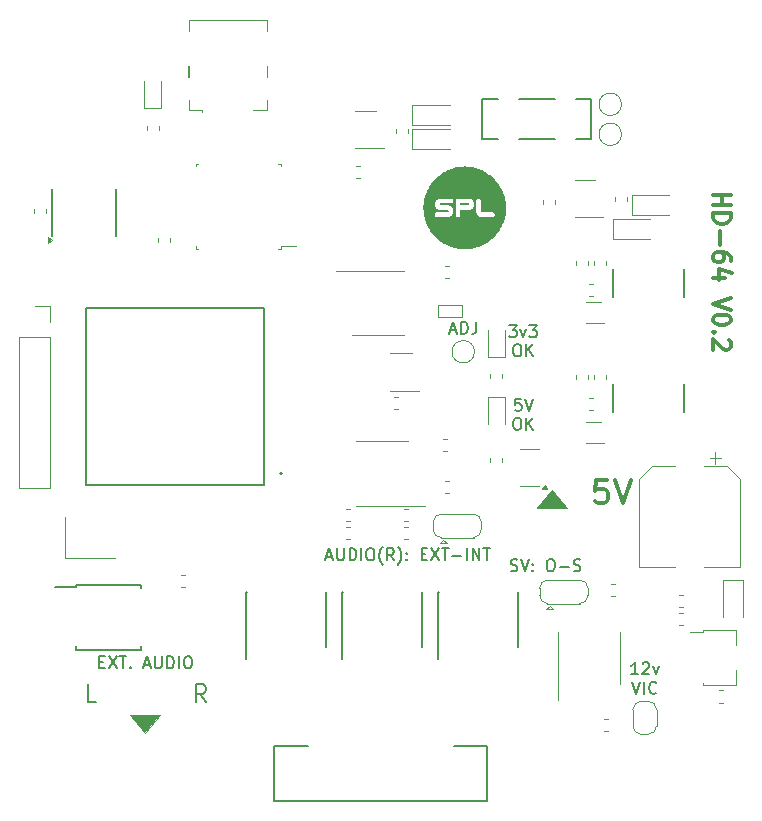
<source format=gbr>
%TF.GenerationSoftware,KiCad,Pcbnew,8.0.8*%
%TF.CreationDate,2025-05-19T19:47:46+02:00*%
%TF.ProjectId,hd_64_v0,68645f36-345f-4763-902e-6b696361645f,0.2*%
%TF.SameCoordinates,PX4737720PY55fe290*%
%TF.FileFunction,Legend,Top*%
%TF.FilePolarity,Positive*%
%FSLAX46Y46*%
G04 Gerber Fmt 4.6, Leading zero omitted, Abs format (unit mm)*
G04 Created by KiCad (PCBNEW 8.0.8) date 2025-05-19 19:47:46*
%MOMM*%
%LPD*%
G01*
G04 APERTURE LIST*
%ADD10C,0.120000*%
%ADD11C,0.300000*%
%ADD12C,0.200000*%
%ADD13C,0.000000*%
%ADD14C,0.150000*%
%ADD15C,0.127000*%
%ADD16C,0.152400*%
G04 APERTURE END LIST*
D10*
X11811000Y5715000D02*
X10541000Y7239000D01*
X13081000Y7239000D01*
X11811000Y5715000D01*
G36*
X11811000Y5715000D02*
G01*
X10541000Y7239000D01*
X13081000Y7239000D01*
X11811000Y5715000D01*
G37*
X47498000Y24765000D02*
X44958000Y24765000D01*
X46228000Y26289000D01*
X47498000Y24765000D01*
G36*
X47498000Y24765000D02*
G01*
X44958000Y24765000D01*
X46228000Y26289000D01*
X47498000Y24765000D01*
G37*
D11*
X50901939Y27152362D02*
X49949558Y27152362D01*
X49949558Y27152362D02*
X49854320Y26199981D01*
X49854320Y26199981D02*
X49949558Y26295220D01*
X49949558Y26295220D02*
X50140034Y26390458D01*
X50140034Y26390458D02*
X50616225Y26390458D01*
X50616225Y26390458D02*
X50806701Y26295220D01*
X50806701Y26295220D02*
X50901939Y26199981D01*
X50901939Y26199981D02*
X50997177Y26009505D01*
X50997177Y26009505D02*
X50997177Y25533315D01*
X50997177Y25533315D02*
X50901939Y25342839D01*
X50901939Y25342839D02*
X50806701Y25247600D01*
X50806701Y25247600D02*
X50616225Y25152362D01*
X50616225Y25152362D02*
X50140034Y25152362D01*
X50140034Y25152362D02*
X49949558Y25247600D01*
X49949558Y25247600D02*
X49854320Y25342839D01*
X51568606Y27152362D02*
X52235272Y25152362D01*
X52235272Y25152362D02*
X52901939Y27152362D01*
D12*
X42751619Y19450400D02*
X42894476Y19402781D01*
X42894476Y19402781D02*
X43132571Y19402781D01*
X43132571Y19402781D02*
X43227809Y19450400D01*
X43227809Y19450400D02*
X43275428Y19498020D01*
X43275428Y19498020D02*
X43323047Y19593258D01*
X43323047Y19593258D02*
X43323047Y19688496D01*
X43323047Y19688496D02*
X43275428Y19783734D01*
X43275428Y19783734D02*
X43227809Y19831353D01*
X43227809Y19831353D02*
X43132571Y19878972D01*
X43132571Y19878972D02*
X42942095Y19926591D01*
X42942095Y19926591D02*
X42846857Y19974210D01*
X42846857Y19974210D02*
X42799238Y20021829D01*
X42799238Y20021829D02*
X42751619Y20117067D01*
X42751619Y20117067D02*
X42751619Y20212305D01*
X42751619Y20212305D02*
X42799238Y20307543D01*
X42799238Y20307543D02*
X42846857Y20355162D01*
X42846857Y20355162D02*
X42942095Y20402781D01*
X42942095Y20402781D02*
X43180190Y20402781D01*
X43180190Y20402781D02*
X43323047Y20355162D01*
X43608762Y20402781D02*
X43942095Y19402781D01*
X43942095Y19402781D02*
X44275428Y20402781D01*
X44608762Y19498020D02*
X44656381Y19450400D01*
X44656381Y19450400D02*
X44608762Y19402781D01*
X44608762Y19402781D02*
X44561143Y19450400D01*
X44561143Y19450400D02*
X44608762Y19498020D01*
X44608762Y19498020D02*
X44608762Y19402781D01*
X44608762Y20021829D02*
X44656381Y19974210D01*
X44656381Y19974210D02*
X44608762Y19926591D01*
X44608762Y19926591D02*
X44561143Y19974210D01*
X44561143Y19974210D02*
X44608762Y20021829D01*
X44608762Y20021829D02*
X44608762Y19926591D01*
X46037333Y20402781D02*
X46227809Y20402781D01*
X46227809Y20402781D02*
X46323047Y20355162D01*
X46323047Y20355162D02*
X46418285Y20259924D01*
X46418285Y20259924D02*
X46465904Y20069448D01*
X46465904Y20069448D02*
X46465904Y19736115D01*
X46465904Y19736115D02*
X46418285Y19545639D01*
X46418285Y19545639D02*
X46323047Y19450400D01*
X46323047Y19450400D02*
X46227809Y19402781D01*
X46227809Y19402781D02*
X46037333Y19402781D01*
X46037333Y19402781D02*
X45942095Y19450400D01*
X45942095Y19450400D02*
X45846857Y19545639D01*
X45846857Y19545639D02*
X45799238Y19736115D01*
X45799238Y19736115D02*
X45799238Y20069448D01*
X45799238Y20069448D02*
X45846857Y20259924D01*
X45846857Y20259924D02*
X45942095Y20355162D01*
X45942095Y20355162D02*
X46037333Y20402781D01*
X46894476Y19783734D02*
X47656381Y19783734D01*
X48084952Y19450400D02*
X48227809Y19402781D01*
X48227809Y19402781D02*
X48465904Y19402781D01*
X48465904Y19402781D02*
X48561142Y19450400D01*
X48561142Y19450400D02*
X48608761Y19498020D01*
X48608761Y19498020D02*
X48656380Y19593258D01*
X48656380Y19593258D02*
X48656380Y19688496D01*
X48656380Y19688496D02*
X48608761Y19783734D01*
X48608761Y19783734D02*
X48561142Y19831353D01*
X48561142Y19831353D02*
X48465904Y19878972D01*
X48465904Y19878972D02*
X48275428Y19926591D01*
X48275428Y19926591D02*
X48180190Y19974210D01*
X48180190Y19974210D02*
X48132571Y20021829D01*
X48132571Y20021829D02*
X48084952Y20117067D01*
X48084952Y20117067D02*
X48084952Y20212305D01*
X48084952Y20212305D02*
X48132571Y20307543D01*
X48132571Y20307543D02*
X48180190Y20355162D01*
X48180190Y20355162D02*
X48275428Y20402781D01*
X48275428Y20402781D02*
X48513523Y20402781D01*
X48513523Y20402781D02*
X48656380Y20355162D01*
D11*
X59889171Y51261490D02*
X61389171Y51261490D01*
X60674885Y51261490D02*
X60674885Y50404347D01*
X59889171Y50404347D02*
X61389171Y50404347D01*
X59889171Y49690061D02*
X61389171Y49690061D01*
X61389171Y49690061D02*
X61389171Y49332918D01*
X61389171Y49332918D02*
X61317742Y49118632D01*
X61317742Y49118632D02*
X61174885Y48975775D01*
X61174885Y48975775D02*
X61032028Y48904346D01*
X61032028Y48904346D02*
X60746314Y48832918D01*
X60746314Y48832918D02*
X60532028Y48832918D01*
X60532028Y48832918D02*
X60246314Y48904346D01*
X60246314Y48904346D02*
X60103457Y48975775D01*
X60103457Y48975775D02*
X59960600Y49118632D01*
X59960600Y49118632D02*
X59889171Y49332918D01*
X59889171Y49332918D02*
X59889171Y49690061D01*
X60460600Y48190061D02*
X60460600Y47047203D01*
X61389171Y45690060D02*
X61389171Y45975775D01*
X61389171Y45975775D02*
X61317742Y46118632D01*
X61317742Y46118632D02*
X61246314Y46190060D01*
X61246314Y46190060D02*
X61032028Y46332918D01*
X61032028Y46332918D02*
X60746314Y46404346D01*
X60746314Y46404346D02*
X60174885Y46404346D01*
X60174885Y46404346D02*
X60032028Y46332918D01*
X60032028Y46332918D02*
X59960600Y46261489D01*
X59960600Y46261489D02*
X59889171Y46118632D01*
X59889171Y46118632D02*
X59889171Y45832918D01*
X59889171Y45832918D02*
X59960600Y45690060D01*
X59960600Y45690060D02*
X60032028Y45618632D01*
X60032028Y45618632D02*
X60174885Y45547203D01*
X60174885Y45547203D02*
X60532028Y45547203D01*
X60532028Y45547203D02*
X60674885Y45618632D01*
X60674885Y45618632D02*
X60746314Y45690060D01*
X60746314Y45690060D02*
X60817742Y45832918D01*
X60817742Y45832918D02*
X60817742Y46118632D01*
X60817742Y46118632D02*
X60746314Y46261489D01*
X60746314Y46261489D02*
X60674885Y46332918D01*
X60674885Y46332918D02*
X60532028Y46404346D01*
X60889171Y44261489D02*
X59889171Y44261489D01*
X61460600Y44618632D02*
X60389171Y44975775D01*
X60389171Y44975775D02*
X60389171Y44047204D01*
X61389171Y42547204D02*
X59889171Y42047204D01*
X59889171Y42047204D02*
X61389171Y41547204D01*
X61389171Y40761490D02*
X61389171Y40618633D01*
X61389171Y40618633D02*
X61317742Y40475776D01*
X61317742Y40475776D02*
X61246314Y40404347D01*
X61246314Y40404347D02*
X61103457Y40332919D01*
X61103457Y40332919D02*
X60817742Y40261490D01*
X60817742Y40261490D02*
X60460600Y40261490D01*
X60460600Y40261490D02*
X60174885Y40332919D01*
X60174885Y40332919D02*
X60032028Y40404347D01*
X60032028Y40404347D02*
X59960600Y40475776D01*
X59960600Y40475776D02*
X59889171Y40618633D01*
X59889171Y40618633D02*
X59889171Y40761490D01*
X59889171Y40761490D02*
X59960600Y40904347D01*
X59960600Y40904347D02*
X60032028Y40975776D01*
X60032028Y40975776D02*
X60174885Y41047205D01*
X60174885Y41047205D02*
X60460600Y41118633D01*
X60460600Y41118633D02*
X60817742Y41118633D01*
X60817742Y41118633D02*
X61103457Y41047205D01*
X61103457Y41047205D02*
X61246314Y40975776D01*
X61246314Y40975776D02*
X61317742Y40904347D01*
X61317742Y40904347D02*
X61389171Y40761490D01*
X60032028Y39618634D02*
X59960600Y39547205D01*
X59960600Y39547205D02*
X59889171Y39618634D01*
X59889171Y39618634D02*
X59960600Y39690062D01*
X59960600Y39690062D02*
X60032028Y39618634D01*
X60032028Y39618634D02*
X59889171Y39618634D01*
X61246314Y38975776D02*
X61317742Y38904348D01*
X61317742Y38904348D02*
X61389171Y38761490D01*
X61389171Y38761490D02*
X61389171Y38404348D01*
X61389171Y38404348D02*
X61317742Y38261490D01*
X61317742Y38261490D02*
X61246314Y38190062D01*
X61246314Y38190062D02*
X61103457Y38118633D01*
X61103457Y38118633D02*
X60960600Y38118633D01*
X60960600Y38118633D02*
X60746314Y38190062D01*
X60746314Y38190062D02*
X59889171Y39047205D01*
X59889171Y39047205D02*
X59889171Y38118633D01*
D12*
X7680006Y8321972D02*
X6965720Y8321972D01*
X6965720Y8321972D02*
X6965720Y9821972D01*
X53530571Y10673781D02*
X52959143Y10673781D01*
X53244857Y10673781D02*
X53244857Y11673781D01*
X53244857Y11673781D02*
X53149619Y11530924D01*
X53149619Y11530924D02*
X53054381Y11435686D01*
X53054381Y11435686D02*
X52959143Y11388067D01*
X53911524Y11578543D02*
X53959143Y11626162D01*
X53959143Y11626162D02*
X54054381Y11673781D01*
X54054381Y11673781D02*
X54292476Y11673781D01*
X54292476Y11673781D02*
X54387714Y11626162D01*
X54387714Y11626162D02*
X54435333Y11578543D01*
X54435333Y11578543D02*
X54482952Y11483305D01*
X54482952Y11483305D02*
X54482952Y11388067D01*
X54482952Y11388067D02*
X54435333Y11245210D01*
X54435333Y11245210D02*
X53863905Y10673781D01*
X53863905Y10673781D02*
X54482952Y10673781D01*
X54816286Y11340448D02*
X55054381Y10673781D01*
X55054381Y10673781D02*
X55292476Y11340448D01*
X37660054Y39788496D02*
X38136244Y39788496D01*
X37564816Y39502781D02*
X37898149Y40502781D01*
X37898149Y40502781D02*
X38231482Y39502781D01*
X38564816Y39502781D02*
X38564816Y40502781D01*
X38564816Y40502781D02*
X38802911Y40502781D01*
X38802911Y40502781D02*
X38945768Y40455162D01*
X38945768Y40455162D02*
X39041006Y40359924D01*
X39041006Y40359924D02*
X39088625Y40264686D01*
X39088625Y40264686D02*
X39136244Y40074210D01*
X39136244Y40074210D02*
X39136244Y39931353D01*
X39136244Y39931353D02*
X39088625Y39740877D01*
X39088625Y39740877D02*
X39041006Y39645639D01*
X39041006Y39645639D02*
X38945768Y39550400D01*
X38945768Y39550400D02*
X38802911Y39502781D01*
X38802911Y39502781D02*
X38564816Y39502781D01*
X39850530Y40502781D02*
X39850530Y39788496D01*
X39850530Y39788496D02*
X39802911Y39645639D01*
X39802911Y39645639D02*
X39707673Y39550400D01*
X39707673Y39550400D02*
X39564816Y39502781D01*
X39564816Y39502781D02*
X39469578Y39502781D01*
X53030572Y10022781D02*
X53363905Y9022781D01*
X53363905Y9022781D02*
X53697238Y10022781D01*
X54030572Y9022781D02*
X54030572Y10022781D01*
X55078190Y9118020D02*
X55030571Y9070400D01*
X55030571Y9070400D02*
X54887714Y9022781D01*
X54887714Y9022781D02*
X54792476Y9022781D01*
X54792476Y9022781D02*
X54649619Y9070400D01*
X54649619Y9070400D02*
X54554381Y9165639D01*
X54554381Y9165639D02*
X54506762Y9260877D01*
X54506762Y9260877D02*
X54459143Y9451353D01*
X54459143Y9451353D02*
X54459143Y9594210D01*
X54459143Y9594210D02*
X54506762Y9784686D01*
X54506762Y9784686D02*
X54554381Y9879924D01*
X54554381Y9879924D02*
X54649619Y9975162D01*
X54649619Y9975162D02*
X54792476Y10022781D01*
X54792476Y10022781D02*
X54887714Y10022781D01*
X54887714Y10022781D02*
X55030571Y9975162D01*
X55030571Y9975162D02*
X55078190Y9927543D01*
X43624523Y33984725D02*
X43148333Y33984725D01*
X43148333Y33984725D02*
X43100714Y33508535D01*
X43100714Y33508535D02*
X43148333Y33556154D01*
X43148333Y33556154D02*
X43243571Y33603773D01*
X43243571Y33603773D02*
X43481666Y33603773D01*
X43481666Y33603773D02*
X43576904Y33556154D01*
X43576904Y33556154D02*
X43624523Y33508535D01*
X43624523Y33508535D02*
X43672142Y33413297D01*
X43672142Y33413297D02*
X43672142Y33175202D01*
X43672142Y33175202D02*
X43624523Y33079964D01*
X43624523Y33079964D02*
X43576904Y33032344D01*
X43576904Y33032344D02*
X43481666Y32984725D01*
X43481666Y32984725D02*
X43243571Y32984725D01*
X43243571Y32984725D02*
X43148333Y33032344D01*
X43148333Y33032344D02*
X43100714Y33079964D01*
X43957857Y33984725D02*
X44291190Y32984725D01*
X44291190Y32984725D02*
X44624523Y33984725D01*
X43219762Y32374781D02*
X43410238Y32374781D01*
X43410238Y32374781D02*
X43505476Y32327162D01*
X43505476Y32327162D02*
X43600714Y32231924D01*
X43600714Y32231924D02*
X43648333Y32041448D01*
X43648333Y32041448D02*
X43648333Y31708115D01*
X43648333Y31708115D02*
X43600714Y31517639D01*
X43600714Y31517639D02*
X43505476Y31422400D01*
X43505476Y31422400D02*
X43410238Y31374781D01*
X43410238Y31374781D02*
X43219762Y31374781D01*
X43219762Y31374781D02*
X43124524Y31422400D01*
X43124524Y31422400D02*
X43029286Y31517639D01*
X43029286Y31517639D02*
X42981667Y31708115D01*
X42981667Y31708115D02*
X42981667Y32041448D01*
X42981667Y32041448D02*
X43029286Y32231924D01*
X43029286Y32231924D02*
X43124524Y32327162D01*
X43124524Y32327162D02*
X43219762Y32374781D01*
X44076905Y31374781D02*
X44076905Y32374781D01*
X44648333Y31374781D02*
X44219762Y31946210D01*
X44648333Y32374781D02*
X44076905Y31803353D01*
X42624524Y40207725D02*
X43243571Y40207725D01*
X43243571Y40207725D02*
X42910238Y39826773D01*
X42910238Y39826773D02*
X43053095Y39826773D01*
X43053095Y39826773D02*
X43148333Y39779154D01*
X43148333Y39779154D02*
X43195952Y39731535D01*
X43195952Y39731535D02*
X43243571Y39636297D01*
X43243571Y39636297D02*
X43243571Y39398202D01*
X43243571Y39398202D02*
X43195952Y39302964D01*
X43195952Y39302964D02*
X43148333Y39255344D01*
X43148333Y39255344D02*
X43053095Y39207725D01*
X43053095Y39207725D02*
X42767381Y39207725D01*
X42767381Y39207725D02*
X42672143Y39255344D01*
X42672143Y39255344D02*
X42624524Y39302964D01*
X43576905Y39874392D02*
X43815000Y39207725D01*
X43815000Y39207725D02*
X44053095Y39874392D01*
X44338810Y40207725D02*
X44957857Y40207725D01*
X44957857Y40207725D02*
X44624524Y39826773D01*
X44624524Y39826773D02*
X44767381Y39826773D01*
X44767381Y39826773D02*
X44862619Y39779154D01*
X44862619Y39779154D02*
X44910238Y39731535D01*
X44910238Y39731535D02*
X44957857Y39636297D01*
X44957857Y39636297D02*
X44957857Y39398202D01*
X44957857Y39398202D02*
X44910238Y39302964D01*
X44910238Y39302964D02*
X44862619Y39255344D01*
X44862619Y39255344D02*
X44767381Y39207725D01*
X44767381Y39207725D02*
X44481667Y39207725D01*
X44481667Y39207725D02*
X44386429Y39255344D01*
X44386429Y39255344D02*
X44338810Y39302964D01*
X43219762Y38597781D02*
X43410238Y38597781D01*
X43410238Y38597781D02*
X43505476Y38550162D01*
X43505476Y38550162D02*
X43600714Y38454924D01*
X43600714Y38454924D02*
X43648333Y38264448D01*
X43648333Y38264448D02*
X43648333Y37931115D01*
X43648333Y37931115D02*
X43600714Y37740639D01*
X43600714Y37740639D02*
X43505476Y37645400D01*
X43505476Y37645400D02*
X43410238Y37597781D01*
X43410238Y37597781D02*
X43219762Y37597781D01*
X43219762Y37597781D02*
X43124524Y37645400D01*
X43124524Y37645400D02*
X43029286Y37740639D01*
X43029286Y37740639D02*
X42981667Y37931115D01*
X42981667Y37931115D02*
X42981667Y38264448D01*
X42981667Y38264448D02*
X43029286Y38454924D01*
X43029286Y38454924D02*
X43124524Y38550162D01*
X43124524Y38550162D02*
X43219762Y38597781D01*
X44076905Y37597781D02*
X44076905Y38597781D01*
X44648333Y37597781D02*
X44219762Y38169210D01*
X44648333Y38597781D02*
X44076905Y38026353D01*
X7906238Y11705591D02*
X8239571Y11705591D01*
X8382428Y11181781D02*
X7906238Y11181781D01*
X7906238Y11181781D02*
X7906238Y12181781D01*
X7906238Y12181781D02*
X8382428Y12181781D01*
X8715762Y12181781D02*
X9382428Y11181781D01*
X9382428Y12181781D02*
X8715762Y11181781D01*
X9620524Y12181781D02*
X10191952Y12181781D01*
X9906238Y11181781D02*
X9906238Y12181781D01*
X10525286Y11277020D02*
X10572905Y11229400D01*
X10572905Y11229400D02*
X10525286Y11181781D01*
X10525286Y11181781D02*
X10477667Y11229400D01*
X10477667Y11229400D02*
X10525286Y11277020D01*
X10525286Y11277020D02*
X10525286Y11181781D01*
X11715762Y11467496D02*
X12191952Y11467496D01*
X11620524Y11181781D02*
X11953857Y12181781D01*
X11953857Y12181781D02*
X12287190Y11181781D01*
X12620524Y12181781D02*
X12620524Y11372258D01*
X12620524Y11372258D02*
X12668143Y11277020D01*
X12668143Y11277020D02*
X12715762Y11229400D01*
X12715762Y11229400D02*
X12811000Y11181781D01*
X12811000Y11181781D02*
X13001476Y11181781D01*
X13001476Y11181781D02*
X13096714Y11229400D01*
X13096714Y11229400D02*
X13144333Y11277020D01*
X13144333Y11277020D02*
X13191952Y11372258D01*
X13191952Y11372258D02*
X13191952Y12181781D01*
X13668143Y11181781D02*
X13668143Y12181781D01*
X13668143Y12181781D02*
X13906238Y12181781D01*
X13906238Y12181781D02*
X14049095Y12134162D01*
X14049095Y12134162D02*
X14144333Y12038924D01*
X14144333Y12038924D02*
X14191952Y11943686D01*
X14191952Y11943686D02*
X14239571Y11753210D01*
X14239571Y11753210D02*
X14239571Y11610353D01*
X14239571Y11610353D02*
X14191952Y11419877D01*
X14191952Y11419877D02*
X14144333Y11324639D01*
X14144333Y11324639D02*
X14049095Y11229400D01*
X14049095Y11229400D02*
X13906238Y11181781D01*
X13906238Y11181781D02*
X13668143Y11181781D01*
X14668143Y11181781D02*
X14668143Y12181781D01*
X15334809Y12181781D02*
X15525285Y12181781D01*
X15525285Y12181781D02*
X15620523Y12134162D01*
X15620523Y12134162D02*
X15715761Y12038924D01*
X15715761Y12038924D02*
X15763380Y11848448D01*
X15763380Y11848448D02*
X15763380Y11515115D01*
X15763380Y11515115D02*
X15715761Y11324639D01*
X15715761Y11324639D02*
X15620523Y11229400D01*
X15620523Y11229400D02*
X15525285Y11181781D01*
X15525285Y11181781D02*
X15334809Y11181781D01*
X15334809Y11181781D02*
X15239571Y11229400D01*
X15239571Y11229400D02*
X15144333Y11324639D01*
X15144333Y11324639D02*
X15096714Y11515115D01*
X15096714Y11515115D02*
X15096714Y11848448D01*
X15096714Y11848448D02*
X15144333Y12038924D01*
X15144333Y12038924D02*
X15239571Y12134162D01*
X15239571Y12134162D02*
X15334809Y12181781D01*
X27155048Y20611496D02*
X27631238Y20611496D01*
X27059810Y20325781D02*
X27393143Y21325781D01*
X27393143Y21325781D02*
X27726476Y20325781D01*
X28059810Y21325781D02*
X28059810Y20516258D01*
X28059810Y20516258D02*
X28107429Y20421020D01*
X28107429Y20421020D02*
X28155048Y20373400D01*
X28155048Y20373400D02*
X28250286Y20325781D01*
X28250286Y20325781D02*
X28440762Y20325781D01*
X28440762Y20325781D02*
X28536000Y20373400D01*
X28536000Y20373400D02*
X28583619Y20421020D01*
X28583619Y20421020D02*
X28631238Y20516258D01*
X28631238Y20516258D02*
X28631238Y21325781D01*
X29107429Y20325781D02*
X29107429Y21325781D01*
X29107429Y21325781D02*
X29345524Y21325781D01*
X29345524Y21325781D02*
X29488381Y21278162D01*
X29488381Y21278162D02*
X29583619Y21182924D01*
X29583619Y21182924D02*
X29631238Y21087686D01*
X29631238Y21087686D02*
X29678857Y20897210D01*
X29678857Y20897210D02*
X29678857Y20754353D01*
X29678857Y20754353D02*
X29631238Y20563877D01*
X29631238Y20563877D02*
X29583619Y20468639D01*
X29583619Y20468639D02*
X29488381Y20373400D01*
X29488381Y20373400D02*
X29345524Y20325781D01*
X29345524Y20325781D02*
X29107429Y20325781D01*
X30107429Y20325781D02*
X30107429Y21325781D01*
X30774095Y21325781D02*
X30964571Y21325781D01*
X30964571Y21325781D02*
X31059809Y21278162D01*
X31059809Y21278162D02*
X31155047Y21182924D01*
X31155047Y21182924D02*
X31202666Y20992448D01*
X31202666Y20992448D02*
X31202666Y20659115D01*
X31202666Y20659115D02*
X31155047Y20468639D01*
X31155047Y20468639D02*
X31059809Y20373400D01*
X31059809Y20373400D02*
X30964571Y20325781D01*
X30964571Y20325781D02*
X30774095Y20325781D01*
X30774095Y20325781D02*
X30678857Y20373400D01*
X30678857Y20373400D02*
X30583619Y20468639D01*
X30583619Y20468639D02*
X30536000Y20659115D01*
X30536000Y20659115D02*
X30536000Y20992448D01*
X30536000Y20992448D02*
X30583619Y21182924D01*
X30583619Y21182924D02*
X30678857Y21278162D01*
X30678857Y21278162D02*
X30774095Y21325781D01*
X31916952Y19944829D02*
X31869333Y19992448D01*
X31869333Y19992448D02*
X31774095Y20135305D01*
X31774095Y20135305D02*
X31726476Y20230543D01*
X31726476Y20230543D02*
X31678857Y20373400D01*
X31678857Y20373400D02*
X31631238Y20611496D01*
X31631238Y20611496D02*
X31631238Y20801972D01*
X31631238Y20801972D02*
X31678857Y21040067D01*
X31678857Y21040067D02*
X31726476Y21182924D01*
X31726476Y21182924D02*
X31774095Y21278162D01*
X31774095Y21278162D02*
X31869333Y21421020D01*
X31869333Y21421020D02*
X31916952Y21468639D01*
X32869333Y20325781D02*
X32536000Y20801972D01*
X32297905Y20325781D02*
X32297905Y21325781D01*
X32297905Y21325781D02*
X32678857Y21325781D01*
X32678857Y21325781D02*
X32774095Y21278162D01*
X32774095Y21278162D02*
X32821714Y21230543D01*
X32821714Y21230543D02*
X32869333Y21135305D01*
X32869333Y21135305D02*
X32869333Y20992448D01*
X32869333Y20992448D02*
X32821714Y20897210D01*
X32821714Y20897210D02*
X32774095Y20849591D01*
X32774095Y20849591D02*
X32678857Y20801972D01*
X32678857Y20801972D02*
X32297905Y20801972D01*
X33202667Y19944829D02*
X33250286Y19992448D01*
X33250286Y19992448D02*
X33345524Y20135305D01*
X33345524Y20135305D02*
X33393143Y20230543D01*
X33393143Y20230543D02*
X33440762Y20373400D01*
X33440762Y20373400D02*
X33488381Y20611496D01*
X33488381Y20611496D02*
X33488381Y20801972D01*
X33488381Y20801972D02*
X33440762Y21040067D01*
X33440762Y21040067D02*
X33393143Y21182924D01*
X33393143Y21182924D02*
X33345524Y21278162D01*
X33345524Y21278162D02*
X33250286Y21421020D01*
X33250286Y21421020D02*
X33202667Y21468639D01*
X33964572Y20421020D02*
X34012191Y20373400D01*
X34012191Y20373400D02*
X33964572Y20325781D01*
X33964572Y20325781D02*
X33916953Y20373400D01*
X33916953Y20373400D02*
X33964572Y20421020D01*
X33964572Y20421020D02*
X33964572Y20325781D01*
X33964572Y20944829D02*
X34012191Y20897210D01*
X34012191Y20897210D02*
X33964572Y20849591D01*
X33964572Y20849591D02*
X33916953Y20897210D01*
X33916953Y20897210D02*
X33964572Y20944829D01*
X33964572Y20944829D02*
X33964572Y20849591D01*
X35202667Y20849591D02*
X35536000Y20849591D01*
X35678857Y20325781D02*
X35202667Y20325781D01*
X35202667Y20325781D02*
X35202667Y21325781D01*
X35202667Y21325781D02*
X35678857Y21325781D01*
X36012191Y21325781D02*
X36678857Y20325781D01*
X36678857Y21325781D02*
X36012191Y20325781D01*
X36916953Y21325781D02*
X37488381Y21325781D01*
X37202667Y20325781D02*
X37202667Y21325781D01*
X37821715Y20706734D02*
X38583620Y20706734D01*
X39059810Y20325781D02*
X39059810Y21325781D01*
X39536000Y20325781D02*
X39536000Y21325781D01*
X39536000Y21325781D02*
X40107428Y20325781D01*
X40107428Y20325781D02*
X40107428Y21325781D01*
X40440762Y21325781D02*
X41012190Y21325781D01*
X40726476Y20325781D02*
X40726476Y21325781D01*
X16966863Y8321972D02*
X16466863Y9036258D01*
X16109720Y8321972D02*
X16109720Y9821972D01*
X16109720Y9821972D02*
X16681149Y9821972D01*
X16681149Y9821972D02*
X16824006Y9750543D01*
X16824006Y9750543D02*
X16895435Y9679115D01*
X16895435Y9679115D02*
X16966863Y9536258D01*
X16966863Y9536258D02*
X16966863Y9321972D01*
X16966863Y9321972D02*
X16895435Y9179115D01*
X16895435Y9179115D02*
X16824006Y9107686D01*
X16824006Y9107686D02*
X16681149Y9036258D01*
X16681149Y9036258D02*
X16109720Y9036258D01*
D10*
X2414000Y49707221D02*
X2414000Y50032779D01*
X3434000Y49707221D02*
X3434000Y50032779D01*
D13*
G36*
X38835798Y50542479D02*
G01*
X39182954Y50541858D01*
X39198403Y50534252D01*
X39215456Y50523732D01*
X39229011Y50510454D01*
X39239748Y50493739D01*
X39240587Y50492068D01*
X39244335Y50483987D01*
X39246604Y50477311D01*
X39247755Y50470297D01*
X39248152Y50461203D01*
X39248181Y50455568D01*
X39247986Y50444670D01*
X39247181Y50436665D01*
X39245416Y50429786D01*
X39242338Y50422265D01*
X39240978Y50419350D01*
X39230884Y50402962D01*
X39217502Y50388649D01*
X39201937Y50377540D01*
X39198197Y50375573D01*
X39185188Y50369180D01*
X38836915Y50368559D01*
X38488642Y50367939D01*
X38488642Y50455519D01*
X38488642Y50543099D01*
X38835798Y50542479D01*
G37*
G36*
X38964041Y53662572D02*
G01*
X39052940Y53659090D01*
X39123351Y53654617D01*
X39251305Y53642664D01*
X39378302Y53626154D01*
X39504259Y53605113D01*
X39629095Y53579565D01*
X39752730Y53549536D01*
X39875081Y53515051D01*
X39996067Y53476136D01*
X40115608Y53432815D01*
X40233622Y53385114D01*
X40350028Y53333059D01*
X40464744Y53276674D01*
X40577689Y53215984D01*
X40629405Y53186409D01*
X40737597Y53120635D01*
X40843228Y53050992D01*
X40946196Y52977573D01*
X41046402Y52900475D01*
X41143744Y52819792D01*
X41238122Y52735620D01*
X41329436Y52648053D01*
X41417585Y52557186D01*
X41502469Y52463115D01*
X41583987Y52365935D01*
X41662039Y52265741D01*
X41736524Y52162628D01*
X41782160Y52095324D01*
X41832214Y52017837D01*
X41878669Y51942148D01*
X41921897Y51867607D01*
X41962271Y51793560D01*
X42000162Y51719355D01*
X42020066Y51678266D01*
X42073301Y51561233D01*
X42121941Y51443752D01*
X42166030Y51325658D01*
X42205608Y51206782D01*
X42240721Y51086957D01*
X42271410Y50966016D01*
X42297719Y50843792D01*
X42319690Y50720119D01*
X42337367Y50594828D01*
X42350793Y50467753D01*
X42358725Y50361013D01*
X42359646Y50342463D01*
X42360430Y50319923D01*
X42361079Y50294026D01*
X42361593Y50265407D01*
X42361971Y50234699D01*
X42362214Y50202535D01*
X42362321Y50169550D01*
X42362293Y50136376D01*
X42362130Y50103648D01*
X42361833Y50071999D01*
X42361400Y50042063D01*
X42360832Y50014474D01*
X42360130Y49989865D01*
X42359293Y49968870D01*
X42358668Y49957320D01*
X42348386Y49828271D01*
X42333593Y49700331D01*
X42314311Y49573563D01*
X42290559Y49448034D01*
X42262360Y49323808D01*
X42229733Y49200952D01*
X42192700Y49079529D01*
X42151281Y48959606D01*
X42105498Y48841248D01*
X42055371Y48724519D01*
X42000920Y48609487D01*
X41942168Y48496215D01*
X41879133Y48384769D01*
X41832993Y48308711D01*
X41763882Y48202328D01*
X41690923Y48098560D01*
X41614188Y47997491D01*
X41533749Y47899203D01*
X41449677Y47803778D01*
X41362045Y47711300D01*
X41270924Y47621850D01*
X41176385Y47535511D01*
X41113815Y47481668D01*
X41016592Y47402834D01*
X40917098Y47327914D01*
X40814947Y47256632D01*
X40709751Y47188714D01*
X40660845Y47158892D01*
X40550302Y47095390D01*
X40437750Y47036080D01*
X40323301Y46980995D01*
X40207066Y46930170D01*
X40089156Y46883639D01*
X39969682Y46841436D01*
X39848756Y46803594D01*
X39726488Y46770148D01*
X39602990Y46741131D01*
X39478374Y46716578D01*
X39352750Y46696522D01*
X39226230Y46680998D01*
X39098924Y46670039D01*
X39051013Y46667114D01*
X39040100Y46666673D01*
X39025061Y46666289D01*
X39006435Y46665961D01*
X38984760Y46665691D01*
X38960577Y46665476D01*
X38934424Y46665318D01*
X38906843Y46665215D01*
X38878371Y46665168D01*
X38849549Y46665176D01*
X38820917Y46665239D01*
X38793013Y46665356D01*
X38766377Y46665528D01*
X38741550Y46665753D01*
X38719069Y46666032D01*
X38699475Y46666365D01*
X38683308Y46666750D01*
X38671107Y46667188D01*
X38668321Y46667328D01*
X38542828Y46676599D01*
X38417502Y46690492D01*
X38292538Y46708964D01*
X38168128Y46731969D01*
X38044467Y46759464D01*
X37921749Y46791404D01*
X37800166Y46827745D01*
X37679912Y46868443D01*
X37561182Y46913453D01*
X37520245Y46930125D01*
X37423010Y46972310D01*
X37325711Y47018190D01*
X37229094Y47067357D01*
X37133906Y47119399D01*
X37040892Y47173907D01*
X36950799Y47230470D01*
X36864373Y47288680D01*
X36852868Y47296754D01*
X36763768Y47361547D01*
X36678404Y47427677D01*
X36595879Y47495894D01*
X36515300Y47566947D01*
X36435771Y47641586D01*
X36402865Y47673791D01*
X36316421Y47762225D01*
X36234181Y47852211D01*
X36155845Y47944133D01*
X36081118Y48038376D01*
X36009700Y48135323D01*
X35941296Y48235358D01*
X35875607Y48338865D01*
X35835082Y48406718D01*
X35773849Y48516292D01*
X35716655Y48628129D01*
X35663550Y48742072D01*
X35614584Y48857960D01*
X35569807Y48975636D01*
X35529268Y49094940D01*
X35493018Y49215714D01*
X35461106Y49337799D01*
X35433583Y49461036D01*
X35410498Y49585266D01*
X35391901Y49710331D01*
X35377843Y49836072D01*
X35374760Y49870981D01*
X35372865Y49894420D01*
X35371229Y49916309D01*
X35369811Y49937446D01*
X35368571Y49958626D01*
X35367468Y49980645D01*
X35366462Y50004298D01*
X35365512Y50030383D01*
X35364578Y50059695D01*
X35363807Y50086290D01*
X35362694Y50208849D01*
X35366213Y50331971D01*
X35373834Y50447602D01*
X36326447Y50447602D01*
X36326982Y50423496D01*
X36328324Y50401213D01*
X36330481Y50382017D01*
X36330988Y50378799D01*
X36341213Y50331163D01*
X36355619Y50285394D01*
X36374039Y50241699D01*
X36396304Y50200287D01*
X36422245Y50161365D01*
X36451695Y50125143D01*
X36484485Y50091826D01*
X36520446Y50061625D01*
X36559410Y50034746D01*
X36601208Y50011398D01*
X36643692Y49992559D01*
X36668745Y49983779D01*
X36696746Y49975737D01*
X36725984Y49968895D01*
X36745572Y49965182D01*
X36749270Y49964598D01*
X36753333Y49964068D01*
X36758005Y49963588D01*
X36763529Y49963155D01*
X36770147Y49962764D01*
X36778103Y49962413D01*
X36787640Y49962097D01*
X36799001Y49961812D01*
X36812428Y49961555D01*
X36828166Y49961322D01*
X36846456Y49961110D01*
X36867542Y49960914D01*
X36891668Y49960731D01*
X36919075Y49960557D01*
X36950008Y49960389D01*
X36984708Y49960223D01*
X37023420Y49960054D01*
X37066385Y49959879D01*
X37099051Y49959752D01*
X37145378Y49959579D01*
X37187274Y49959428D01*
X37224973Y49959287D01*
X37258710Y49959146D01*
X37288722Y49958995D01*
X37315243Y49958823D01*
X37338508Y49958618D01*
X37358753Y49958371D01*
X37376212Y49958071D01*
X37391122Y49957707D01*
X37403717Y49957268D01*
X37414232Y49956744D01*
X37422903Y49956125D01*
X37429965Y49955399D01*
X37435653Y49954555D01*
X37440202Y49953584D01*
X37443847Y49952475D01*
X37446825Y49951216D01*
X37449369Y49949798D01*
X37451715Y49948209D01*
X37454098Y49946439D01*
X37456754Y49944478D01*
X37458165Y49943486D01*
X37469988Y49933827D01*
X37479443Y49922341D01*
X37487662Y49907642D01*
X37488031Y49906862D01*
X37491962Y49897366D01*
X37494042Y49888691D01*
X37494791Y49878424D01*
X37494831Y49875284D01*
X37494603Y49862834D01*
X37493492Y49853224D01*
X37491083Y49844649D01*
X37486958Y49835306D01*
X37484517Y49830534D01*
X37474717Y49816213D01*
X37461664Y49803517D01*
X37446760Y49793714D01*
X37440907Y49791014D01*
X37428073Y49785808D01*
X36963709Y49784568D01*
X36499345Y49783327D01*
X36482166Y49778316D01*
X36452145Y49767330D01*
X36424893Y49752842D01*
X36400628Y49735134D01*
X36379568Y49714491D01*
X36361932Y49691197D01*
X36347939Y49665536D01*
X36337806Y49637791D01*
X36331753Y49608247D01*
X36329973Y49580461D01*
X36332214Y49549525D01*
X36338815Y49519970D01*
X36349595Y49492107D01*
X36364373Y49466244D01*
X36382967Y49442690D01*
X36405195Y49421756D01*
X36430877Y49403749D01*
X36435174Y49401229D01*
X36444229Y49396818D01*
X36456340Y49391962D01*
X36469994Y49387175D01*
X36483680Y49382971D01*
X36495887Y49379865D01*
X36500776Y49378914D01*
X36504388Y49378698D01*
X36512451Y49378486D01*
X36524749Y49378279D01*
X36541065Y49378078D01*
X36561183Y49377885D01*
X36584889Y49377700D01*
X36611964Y49377525D01*
X36642193Y49377360D01*
X36675361Y49377208D01*
X36711250Y49377068D01*
X36749646Y49376942D01*
X36790331Y49376831D01*
X36833089Y49376736D01*
X36877705Y49376658D01*
X36923962Y49376598D01*
X36971645Y49376557D01*
X36976613Y49376554D01*
X37032223Y49376525D01*
X37083364Y49376506D01*
X37130234Y49376499D01*
X37173030Y49376505D01*
X37211952Y49376526D01*
X37247196Y49376562D01*
X37278961Y49376616D01*
X37307444Y49376688D01*
X37332844Y49376780D01*
X37355358Y49376893D01*
X37375185Y49377028D01*
X37392522Y49377187D01*
X37407567Y49377372D01*
X37420518Y49377582D01*
X37431573Y49377821D01*
X37440931Y49378088D01*
X37448788Y49378386D01*
X37455343Y49378716D01*
X37460794Y49379079D01*
X37465339Y49379476D01*
X37468754Y49379856D01*
X37516464Y49388065D01*
X37562616Y49400662D01*
X37607099Y49417596D01*
X37649799Y49438817D01*
X37690604Y49464275D01*
X37729401Y49493921D01*
X37734175Y49497980D01*
X37766159Y49528424D01*
X37795600Y49562344D01*
X37822151Y49599152D01*
X37845465Y49638259D01*
X37865194Y49679076D01*
X37880991Y49721013D01*
X37892508Y49763482D01*
X37893510Y49768213D01*
X37901230Y49816719D01*
X37904396Y49864758D01*
X37903041Y49912147D01*
X37897201Y49958699D01*
X37886911Y50004230D01*
X37872205Y50048554D01*
X37853119Y50091488D01*
X37829686Y50132846D01*
X37822687Y50143617D01*
X37797651Y50178027D01*
X37770087Y50210313D01*
X37740833Y50239549D01*
X37740584Y50239763D01*
X38080285Y50239763D01*
X38080286Y50176877D01*
X38080287Y50167932D01*
X38080301Y50098066D01*
X38080332Y50032155D01*
X38080382Y49970245D01*
X38080449Y49912382D01*
X38080533Y49858613D01*
X38080635Y49808983D01*
X38080754Y49763541D01*
X38080890Y49722331D01*
X38081043Y49685401D01*
X38081212Y49652796D01*
X38081397Y49624563D01*
X38081599Y49600749D01*
X38081817Y49581400D01*
X38082050Y49566562D01*
X38082299Y49556282D01*
X38082564Y49550607D01*
X38082661Y49549712D01*
X38089848Y49519281D01*
X38101202Y49490950D01*
X38116708Y49464745D01*
X38136355Y49440692D01*
X38145595Y49431466D01*
X38167020Y49413476D01*
X38189226Y49399497D01*
X38213375Y49388887D01*
X38234292Y49382542D01*
X38243810Y49380171D01*
X38251360Y49378549D01*
X38258190Y49377564D01*
X38265549Y49377105D01*
X38274686Y49377060D01*
X38286848Y49377319D01*
X38291463Y49377445D01*
X38309617Y49378337D01*
X38324029Y49379961D01*
X38335582Y49382420D01*
X38336966Y49382821D01*
X38359883Y49390569D01*
X38379449Y49399329D01*
X38396974Y49409839D01*
X38413766Y49422834D01*
X38423330Y49431466D01*
X38443022Y49452436D01*
X38458990Y49474935D01*
X38471798Y49499875D01*
X38481016Y49524932D01*
X38487433Y49545459D01*
X38488121Y49752500D01*
X38488340Y49818477D01*
X38488809Y49959540D01*
X38851000Y49960250D01*
X38900168Y49960344D01*
X38944909Y49960428D01*
X38985462Y49960511D01*
X39022066Y49960603D01*
X39054961Y49960712D01*
X39084386Y49960846D01*
X39110580Y49961014D01*
X39133784Y49961224D01*
X39154235Y49961486D01*
X39172174Y49961808D01*
X39187840Y49962199D01*
X39201473Y49962667D01*
X39213311Y49963221D01*
X39223595Y49963870D01*
X39232563Y49964622D01*
X39240456Y49965486D01*
X39247512Y49966470D01*
X39253970Y49967584D01*
X39260071Y49968836D01*
X39266054Y49970234D01*
X39272157Y49971788D01*
X39278621Y49973505D01*
X39285685Y49975395D01*
X39288176Y49976055D01*
X39334144Y49990546D01*
X39378042Y50009176D01*
X39419690Y50031813D01*
X39458906Y50058328D01*
X39495509Y50088590D01*
X39529318Y50122470D01*
X39560152Y50159838D01*
X39576739Y50183264D01*
X39587847Y50201276D01*
X39599373Y50222439D01*
X39610650Y50245367D01*
X39621010Y50268672D01*
X39629786Y50290965D01*
X39633056Y50300342D01*
X39645201Y50344084D01*
X39653238Y50389405D01*
X39657139Y50435622D01*
X39656877Y50482050D01*
X39652425Y50528004D01*
X39643844Y50572446D01*
X39630302Y50618262D01*
X39612661Y50662081D01*
X39591136Y50703681D01*
X39565943Y50742844D01*
X39537298Y50779349D01*
X39534588Y50782207D01*
X39831564Y50782207D01*
X39831564Y50300342D01*
X39831564Y49818477D01*
X39837019Y49788280D01*
X39847667Y49740957D01*
X39862105Y49696177D01*
X39880477Y49653574D01*
X39902929Y49612777D01*
X39910266Y49601166D01*
X39937810Y49563012D01*
X39968737Y49527813D01*
X40002726Y49495770D01*
X40039459Y49467086D01*
X40078615Y49441962D01*
X40119873Y49420600D01*
X40162915Y49403201D01*
X40207421Y49389968D01*
X40253069Y49381102D01*
X40260925Y49380043D01*
X40266534Y49379632D01*
X40276474Y49379243D01*
X40290471Y49378878D01*
X40308248Y49378536D01*
X40329531Y49378218D01*
X40354046Y49377923D01*
X40381516Y49377651D01*
X40411668Y49377404D01*
X40444225Y49377180D01*
X40478913Y49376981D01*
X40515457Y49376805D01*
X40553582Y49376654D01*
X40593013Y49376528D01*
X40633475Y49376425D01*
X40674692Y49376348D01*
X40716390Y49376295D01*
X40758294Y49376267D01*
X40800128Y49376264D01*
X40841618Y49376287D01*
X40882489Y49376334D01*
X40922465Y49376407D01*
X40961272Y49376506D01*
X40998634Y49376630D01*
X41034277Y49376780D01*
X41067926Y49376956D01*
X41099304Y49377158D01*
X41128139Y49377386D01*
X41154153Y49377640D01*
X41177073Y49377921D01*
X41196623Y49378228D01*
X41212529Y49378562D01*
X41224515Y49378922D01*
X41232306Y49379310D01*
X41235156Y49379604D01*
X41265530Y49387342D01*
X41293640Y49399052D01*
X41319233Y49414495D01*
X41342060Y49433432D01*
X41361870Y49455624D01*
X41378412Y49480834D01*
X41391435Y49508823D01*
X41400002Y49536445D01*
X41402556Y49551633D01*
X41403806Y49569648D01*
X41403776Y49588846D01*
X41402487Y49607580D01*
X41399962Y49624204D01*
X41398726Y49629465D01*
X41388505Y49659351D01*
X41374441Y49686734D01*
X41356778Y49711367D01*
X41335760Y49733004D01*
X41311630Y49751396D01*
X41284632Y49766297D01*
X41255008Y49777459D01*
X41252142Y49778294D01*
X41233989Y49783459D01*
X40769625Y49784634D01*
X40714688Y49784774D01*
X40664224Y49784909D01*
X40618039Y49785039D01*
X40575941Y49785168D01*
X40537735Y49785296D01*
X40503227Y49785426D01*
X40472225Y49785561D01*
X40444533Y49785701D01*
X40419960Y49785850D01*
X40398310Y49786010D01*
X40379391Y49786182D01*
X40363009Y49786370D01*
X40348970Y49786573D01*
X40337080Y49786796D01*
X40327145Y49787040D01*
X40318973Y49787307D01*
X40312369Y49787600D01*
X40307140Y49787920D01*
X40303092Y49788269D01*
X40300031Y49788650D01*
X40297764Y49789064D01*
X40296098Y49789515D01*
X40295319Y49789797D01*
X40277048Y49799497D01*
X40261776Y49812752D01*
X40249445Y49829617D01*
X40244882Y49838312D01*
X40239924Y49848812D01*
X40238757Y50315510D01*
X40237590Y50782207D01*
X40231145Y50802759D01*
X40219822Y50832210D01*
X40205214Y50858546D01*
X40187043Y50882221D01*
X40174417Y50895238D01*
X40151069Y50914311D01*
X40125433Y50929570D01*
X40098026Y50940869D01*
X40069363Y50948058D01*
X40039961Y50950989D01*
X40010335Y50949513D01*
X39994908Y50946933D01*
X39965272Y50938733D01*
X39938473Y50927014D01*
X39914007Y50911515D01*
X39894737Y50895238D01*
X39874311Y50872932D01*
X39857615Y50848235D01*
X39844370Y50820694D01*
X39838010Y50802759D01*
X39831564Y50782207D01*
X39534588Y50782207D01*
X39505416Y50812976D01*
X39470513Y50843506D01*
X39432804Y50870719D01*
X39392506Y50894394D01*
X39349833Y50914312D01*
X39305002Y50930252D01*
X39288348Y50934982D01*
X39281940Y50936716D01*
X39276166Y50938313D01*
X39270824Y50939780D01*
X39265713Y50941121D01*
X39260630Y50942344D01*
X39255373Y50943452D01*
X39249741Y50944452D01*
X39243532Y50945350D01*
X39236544Y50946150D01*
X39228574Y50946858D01*
X39219422Y50947480D01*
X39208884Y50948021D01*
X39196760Y50948487D01*
X39182846Y50948883D01*
X39166942Y50949216D01*
X39148845Y50949489D01*
X39128354Y50949710D01*
X39105266Y50949883D01*
X39079380Y50950015D01*
X39050493Y50950109D01*
X39018404Y50950173D01*
X38982911Y50950212D01*
X38943811Y50950231D01*
X38900904Y50950235D01*
X38853987Y50950231D01*
X38802857Y50950223D01*
X38747314Y50950218D01*
X38732492Y50950218D01*
X38249460Y50950218D01*
X38231137Y50944910D01*
X38201912Y50934158D01*
X38175059Y50919686D01*
X38150888Y50901823D01*
X38129712Y50880899D01*
X38111842Y50857243D01*
X38097590Y50831186D01*
X38087265Y50803057D01*
X38083772Y50788797D01*
X38083401Y50786593D01*
X38083057Y50783590D01*
X38082739Y50779619D01*
X38082445Y50774515D01*
X38082174Y50768110D01*
X38081927Y50760236D01*
X38081701Y50750727D01*
X38081496Y50739415D01*
X38081311Y50726133D01*
X38081145Y50710715D01*
X38080997Y50692992D01*
X38080866Y50672799D01*
X38080751Y50649966D01*
X38080652Y50624329D01*
X38080566Y50595719D01*
X38080494Y50563969D01*
X38080435Y50528912D01*
X38080387Y50490380D01*
X38080349Y50448208D01*
X38080321Y50402227D01*
X38080302Y50352271D01*
X38080290Y50298172D01*
X38080285Y50239763D01*
X37740584Y50239763D01*
X37718592Y50258675D01*
X37686113Y50282321D01*
X37650501Y50303963D01*
X37612894Y50323034D01*
X37574431Y50338966D01*
X37536251Y50351192D01*
X37529579Y50352934D01*
X37522284Y50354790D01*
X37515691Y50356470D01*
X37509548Y50357984D01*
X37503601Y50359341D01*
X37497598Y50360552D01*
X37491285Y50361625D01*
X37484408Y50362570D01*
X37476715Y50363397D01*
X37467951Y50364115D01*
X37457865Y50364733D01*
X37446202Y50365262D01*
X37432709Y50365710D01*
X37417134Y50366088D01*
X37399222Y50366405D01*
X37378720Y50366670D01*
X37355375Y50366893D01*
X37328934Y50367083D01*
X37299144Y50367250D01*
X37265751Y50367404D01*
X37228502Y50367554D01*
X37187143Y50367709D01*
X37141422Y50367880D01*
X37131669Y50367917D01*
X36800262Y50369180D01*
X36784901Y50376743D01*
X36768351Y50387326D01*
X36754080Y50401294D01*
X36743113Y50417601D01*
X36741349Y50421174D01*
X36736646Y50435992D01*
X36734841Y50452854D01*
X36735952Y50470131D01*
X36740000Y50486192D01*
X36740538Y50487597D01*
X36748879Y50502939D01*
X36760828Y50517042D01*
X36775329Y50528794D01*
X36784746Y50534218D01*
X36800265Y50541858D01*
X37267012Y50543101D01*
X37321880Y50543248D01*
X37372278Y50543385D01*
X37418403Y50543514D01*
X37460453Y50543639D01*
X37498625Y50543762D01*
X37533117Y50543885D01*
X37564125Y50544011D01*
X37591846Y50544143D01*
X37616479Y50544282D01*
X37638219Y50544431D01*
X37657265Y50544593D01*
X37673814Y50544770D01*
X37688062Y50544965D01*
X37700208Y50545180D01*
X37710448Y50545418D01*
X37718979Y50545681D01*
X37726000Y50545971D01*
X37731706Y50546292D01*
X37736295Y50546646D01*
X37739965Y50547034D01*
X37742913Y50547460D01*
X37745336Y50547927D01*
X37747431Y50548435D01*
X37749396Y50548989D01*
X37750094Y50549196D01*
X37780433Y50560127D01*
X37807630Y50573903D01*
X37831299Y50590321D01*
X37836337Y50594566D01*
X37846688Y50604923D01*
X37857771Y50618195D01*
X37868532Y50632988D01*
X37877915Y50647907D01*
X37881261Y50654008D01*
X37892925Y50681308D01*
X37900413Y50709947D01*
X37903711Y50739303D01*
X37902805Y50768752D01*
X37897679Y50797674D01*
X37888319Y50825444D01*
X37885397Y50831962D01*
X37870163Y50859459D01*
X37852033Y50883341D01*
X37830820Y50903786D01*
X37806335Y50920971D01*
X37778392Y50935074D01*
X37774595Y50936650D01*
X37770864Y50938201D01*
X37767499Y50939631D01*
X37764305Y50940942D01*
X37761086Y50942141D01*
X37757646Y50943233D01*
X37753790Y50944221D01*
X37749321Y50945113D01*
X37744044Y50945912D01*
X37737763Y50946623D01*
X37730282Y50947252D01*
X37721405Y50947803D01*
X37710937Y50948283D01*
X37698682Y50948695D01*
X37684444Y50949044D01*
X37668027Y50949337D01*
X37649235Y50949577D01*
X37627872Y50949771D01*
X37603744Y50949922D01*
X37576653Y50950036D01*
X37546405Y50950118D01*
X37512802Y50950173D01*
X37475651Y50950206D01*
X37434753Y50950222D01*
X37389915Y50950226D01*
X37340940Y50950224D01*
X37287632Y50950219D01*
X37247228Y50950218D01*
X36767696Y50950218D01*
X36739694Y50944920D01*
X36703875Y50937178D01*
X36671103Y50927938D01*
X36639869Y50916696D01*
X36608661Y50902949D01*
X36597908Y50897675D01*
X36556217Y50874193D01*
X36517450Y50847162D01*
X36481756Y50816785D01*
X36449286Y50783266D01*
X36420191Y50746812D01*
X36394621Y50707625D01*
X36372727Y50665911D01*
X36354660Y50621874D01*
X36340570Y50575718D01*
X36332184Y50536967D01*
X36329588Y50518213D01*
X36327760Y50496225D01*
X36326710Y50472266D01*
X36326447Y50447602D01*
X35373834Y50447602D01*
X35374364Y50455649D01*
X35383005Y50544191D01*
X35399453Y50671706D01*
X35420416Y50798079D01*
X35445868Y50923235D01*
X35475778Y51047095D01*
X35510121Y51169581D01*
X35548866Y51290618D01*
X35591986Y51410126D01*
X35639453Y51528028D01*
X35691238Y51644247D01*
X35747313Y51758706D01*
X35807651Y51871326D01*
X35872222Y51982030D01*
X35940998Y52090742D01*
X35952956Y52108794D01*
X36024318Y52211658D01*
X36099640Y52312189D01*
X36178714Y52410147D01*
X36261331Y52505295D01*
X36347280Y52597391D01*
X36436352Y52686198D01*
X36528337Y52771476D01*
X36552201Y52792600D01*
X36650614Y52875822D01*
X36751538Y52955127D01*
X36854911Y53030480D01*
X36960670Y53101847D01*
X37068754Y53169194D01*
X37179101Y53232486D01*
X37291648Y53291688D01*
X37406334Y53346767D01*
X37523097Y53397688D01*
X37641874Y53444417D01*
X37762603Y53486920D01*
X37864435Y53519019D01*
X37973712Y53549589D01*
X38085593Y53576836D01*
X38199261Y53600610D01*
X38313897Y53620761D01*
X38428683Y53637139D01*
X38542801Y53649593D01*
X38602983Y53654570D01*
X38691530Y53659860D01*
X38782068Y53662957D01*
X38873328Y53663861D01*
X38964041Y53662572D01*
G37*
D10*
X44323000Y29754000D02*
X43523000Y29754000D01*
X44323000Y29754000D02*
X45123000Y29754000D01*
X44323000Y26634000D02*
X43523000Y26634000D01*
X44323000Y26634000D02*
X45123000Y26634000D01*
X45863000Y26354000D02*
X45383000Y26354000D01*
X45623000Y26684000D01*
X45863000Y26354000D01*
G36*
X45863000Y26354000D02*
G01*
X45383000Y26354000D01*
X45623000Y26684000D01*
X45863000Y26354000D01*
G37*
X29118779Y24640000D02*
X28793221Y24640000D01*
X29118779Y23620000D02*
X28793221Y23620000D01*
X51583000Y50764221D02*
X51583000Y51089779D01*
X52603000Y50764221D02*
X52603000Y51089779D01*
X52131000Y58928000D02*
G75*
G02*
X50231000Y58928000I-950000J0D01*
G01*
X50231000Y58928000D02*
G75*
G02*
X52131000Y58928000I950000J0D01*
G01*
D14*
X28427000Y17669000D02*
X28527000Y17669000D01*
X28427000Y11944000D02*
X28427000Y17669000D01*
X35252000Y17669000D02*
X35227000Y17669000D01*
X35252000Y13019000D02*
X35227000Y13019000D01*
X35252000Y13019000D02*
X35252000Y17669000D01*
D10*
X31877000Y30421000D02*
X29677000Y30421000D01*
X31877000Y30421000D02*
X34077000Y30421000D01*
X31877000Y24951000D02*
X29677000Y24951000D01*
X31877000Y24951000D02*
X35477000Y24951000D01*
X57926500Y14219000D02*
X59066500Y14219000D01*
X59066500Y14449000D02*
X59066500Y14219000D01*
X59066500Y14449000D02*
X61786500Y14449000D01*
X59066500Y9729000D02*
X59066500Y9959000D01*
X61786500Y14449000D02*
X61786500Y13139000D01*
X61786500Y11039000D02*
X61786500Y9729000D01*
X61786500Y9729000D02*
X59066500Y9729000D01*
X56987221Y17401000D02*
X57312779Y17401000D01*
X56987221Y16381000D02*
X57312779Y16381000D01*
X33746221Y23116000D02*
X34071779Y23116000D01*
X33746221Y22096000D02*
X34071779Y22096000D01*
D14*
X3924000Y47770000D02*
X3924000Y51770000D01*
X9324000Y47770000D02*
X9324000Y51770000D01*
D10*
X3924000Y47420000D02*
X3594000Y47180000D01*
X3594000Y47660000D01*
X3924000Y47420000D01*
G36*
X3924000Y47420000D02*
G01*
X3594000Y47180000D01*
X3594000Y47660000D01*
X3924000Y47420000D01*
G37*
D14*
X22750000Y4577500D02*
X25550000Y4577500D01*
X22750000Y-22500D02*
X22750000Y4577500D01*
X37950000Y4577500D02*
X40750000Y4577500D01*
X40750000Y4577500D02*
X40750000Y-22500D01*
X40750000Y-22500D02*
X22750000Y-22500D01*
D10*
X31554500Y44828000D02*
X27954500Y44828000D01*
X31554500Y44828000D02*
X33754500Y44828000D01*
X31554500Y39358000D02*
X29354500Y39358000D01*
X31554500Y39358000D02*
X33754500Y39358000D01*
X60745000Y18664000D02*
X60745000Y15514000D01*
X62445000Y18664000D02*
X60745000Y18664000D01*
X62445000Y18664000D02*
X62445000Y15514000D01*
D15*
X51399000Y42615000D02*
X51399000Y45015000D01*
X57399000Y42615000D02*
X57399000Y45015000D01*
D10*
X28793221Y23116000D02*
X29118779Y23116000D01*
X28793221Y22096000D02*
X29118779Y22096000D01*
X53612500Y27198563D02*
X53612500Y19743000D01*
X53612500Y19743000D02*
X56662500Y19743000D01*
X54676937Y28263000D02*
X53612500Y27198563D01*
X54676937Y28263000D02*
X56662500Y28263000D01*
X60082500Y29503000D02*
X60082500Y28503000D01*
X60582500Y29003000D02*
X59582500Y29003000D01*
X61068063Y28263000D02*
X59082500Y28263000D01*
X61068063Y28263000D02*
X62132500Y27198563D01*
X62132500Y27198563D02*
X62132500Y19743000D01*
X62132500Y19743000D02*
X59082500Y19743000D01*
X41019000Y35778221D02*
X41019000Y36103779D01*
X42039000Y35778221D02*
X42039000Y36103779D01*
X37048221Y30609000D02*
X37373779Y30609000D01*
X37048221Y29589000D02*
X37373779Y29589000D01*
X53007000Y51269000D02*
X53007000Y49569000D01*
X53007000Y51269000D02*
X56157000Y51269000D01*
X53007000Y49569000D02*
X56157000Y49569000D01*
X32559500Y34641000D02*
X35009500Y34641000D01*
X34359500Y37861000D02*
X32559500Y37861000D01*
X37500779Y45270000D02*
X37175221Y45270000D01*
X37500779Y44250000D02*
X37175221Y44250000D01*
D16*
X40360600Y59359800D02*
X40360600Y55956200D01*
X40360600Y55956200D02*
X41675040Y55956200D01*
X41675040Y59359800D02*
X40360600Y59359800D01*
X43440960Y55956200D02*
X46475040Y55956200D01*
X46475040Y59359800D02*
X43440960Y59359800D01*
X48240960Y55956200D02*
X49555400Y55956200D01*
X49555400Y59359800D02*
X48240960Y59359800D01*
X49555400Y55956200D02*
X49555400Y59359800D01*
D10*
X33746221Y24640000D02*
X34071779Y24640000D01*
X33746221Y23620000D02*
X34071779Y23620000D01*
X51272221Y18290000D02*
X51597779Y18290000D01*
X51272221Y17270000D02*
X51597779Y17270000D01*
X39685000Y37973000D02*
G75*
G02*
X37785000Y37973000I-950000J0D01*
G01*
X37785000Y37973000D02*
G75*
G02*
X39685000Y37973000I950000J0D01*
G01*
X49410221Y43690000D02*
X49735779Y43690000D01*
X49410221Y42670000D02*
X49735779Y42670000D01*
X49825000Y45628779D02*
X49825000Y45303221D01*
X50845000Y45628779D02*
X50845000Y45303221D01*
X56987221Y15877000D02*
X57312779Y15877000D01*
X56987221Y14857000D02*
X57312779Y14857000D01*
X40794000Y39789000D02*
X40794000Y37504000D01*
X40794000Y37504000D02*
X42264000Y37504000D01*
X42264000Y37504000D02*
X42264000Y39789000D01*
X29682221Y53723000D02*
X30007779Y53723000D01*
X29682221Y52703000D02*
X30007779Y52703000D01*
X50962779Y6860000D02*
X50637221Y6860000D01*
X50962779Y5840000D02*
X50637221Y5840000D01*
X49134000Y42175000D02*
X50434000Y42175000D01*
X50684000Y40375000D02*
X49134000Y40375000D01*
X11936000Y56733221D02*
X11936000Y57058779D01*
X12956000Y56733221D02*
X12956000Y57058779D01*
X5012000Y23975000D02*
X5012000Y20475000D01*
X5012000Y20475000D02*
X9212000Y20475000D01*
X33018000Y56479221D02*
X33018000Y56804779D01*
X34038000Y56479221D02*
X34038000Y56804779D01*
X33182779Y34165000D02*
X32857221Y34165000D01*
X33182779Y33145000D02*
X32857221Y33145000D01*
X36177000Y22941000D02*
X36177000Y23541000D01*
X36727000Y21741000D02*
X37327000Y21741000D01*
X36827000Y24241000D02*
X39627000Y24241000D01*
X37027000Y22041000D02*
X36727000Y21741000D01*
X37027000Y22041000D02*
X37327000Y21741000D01*
X39627000Y22241000D02*
X36827000Y22241000D01*
X40277000Y23541000D02*
X40277000Y22941000D01*
X36177000Y23541000D02*
G75*
G02*
X36877000Y24241000I699999J1D01*
G01*
X36877000Y22241000D02*
G75*
G02*
X36177000Y22941000I-1J699999D01*
G01*
X39577000Y24241000D02*
G75*
G02*
X40277000Y23541000I0J-700000D01*
G01*
X40277000Y22941000D02*
G75*
G02*
X39577000Y22241000I-700000J0D01*
G01*
X40794000Y34124000D02*
X40794000Y31839000D01*
X42264000Y34124000D02*
X40794000Y34124000D01*
X42264000Y31839000D02*
X42264000Y34124000D01*
X16075000Y53902000D02*
X16075000Y53677000D01*
X16075000Y46682000D02*
X16075000Y46907000D01*
X16300000Y53902000D02*
X16075000Y53902000D01*
X16300000Y46682000D02*
X16075000Y46682000D01*
X23070000Y53902000D02*
X23295000Y53902000D01*
X23070000Y46682000D02*
X23295000Y46682000D01*
X23295000Y53902000D02*
X23295000Y53677000D01*
X23295000Y46907000D02*
X24610000Y46907000D01*
X23295000Y46682000D02*
X23295000Y46907000D01*
X37175221Y27053000D02*
X37500779Y27053000D01*
X37175221Y26033000D02*
X37500779Y26033000D01*
X45507000Y50510221D02*
X45507000Y50835779D01*
X46527000Y50510221D02*
X46527000Y50835779D01*
X29600000Y55259000D02*
X32030000Y55259000D01*
X31360000Y58329000D02*
X29600000Y58329000D01*
X49825000Y35976779D02*
X49825000Y35651221D01*
X50845000Y35976779D02*
X50845000Y35651221D01*
X34422000Y58889000D02*
X34422000Y57189000D01*
X34422000Y58889000D02*
X37572000Y58889000D01*
X34422000Y57189000D02*
X37572000Y57189000D01*
D14*
X5924000Y18260000D02*
X5924000Y18055000D01*
X5924000Y18260000D02*
X11424000Y18260000D01*
X5924000Y18055000D02*
X4174000Y18055000D01*
X5924000Y12750000D02*
X5924000Y13050000D01*
X5924000Y12750000D02*
X11424000Y12750000D01*
X11424000Y18260000D02*
X11424000Y17960000D01*
X11424000Y12750000D02*
X11424000Y13050000D01*
D10*
X11711000Y60871000D02*
X11711000Y58586000D01*
X11711000Y58586000D02*
X13181000Y58586000D01*
X13181000Y58586000D02*
X13181000Y60871000D01*
D15*
X6824000Y41670000D02*
X21824000Y41670000D01*
X6824000Y26670000D02*
X6824000Y41670000D01*
X21824000Y41670000D02*
X21824000Y26670000D01*
X21824000Y26670000D02*
X6824000Y26670000D01*
D12*
X23424000Y27670000D02*
G75*
G02*
X23224000Y27670000I-100000J0D01*
G01*
X23224000Y27670000D02*
G75*
G02*
X23424000Y27670000I100000J0D01*
G01*
D10*
X15486000Y65127000D02*
X15486000Y66087000D01*
D14*
X15486000Y61227000D02*
X15486000Y62127000D01*
D10*
X15486000Y58467000D02*
X15486000Y59277000D01*
X16646000Y58467000D02*
X15486000Y58467000D01*
X16646000Y58467000D02*
X16646000Y58267000D01*
X22106000Y66087000D02*
X15486000Y66087000D01*
X22106000Y66087000D02*
X22106000Y65127000D01*
X22106000Y62127000D02*
X22106000Y61227000D01*
X22106000Y59277000D02*
X22106000Y58467000D01*
X22106000Y58467000D02*
X20946000Y58467000D01*
X49134000Y32015000D02*
X50434000Y32015000D01*
X50684000Y30215000D02*
X49134000Y30215000D01*
X48301000Y45628779D02*
X48301000Y45303221D01*
X49321000Y45628779D02*
X49321000Y45303221D01*
X49410221Y34038000D02*
X49735779Y34038000D01*
X49410221Y33018000D02*
X49735779Y33018000D01*
X46793000Y12065000D02*
X46793000Y14265000D01*
X46793000Y12065000D02*
X46793000Y8465000D01*
X52013000Y12065000D02*
X52013000Y14265000D01*
X52013000Y12065000D02*
X52013000Y9865000D01*
X1108000Y39218000D02*
X1108000Y26458000D01*
X1108000Y39218000D02*
X3768000Y39218000D01*
X1108000Y26458000D02*
X3768000Y26458000D01*
X2438000Y41818000D02*
X3768000Y41818000D01*
X3768000Y41818000D02*
X3768000Y40488000D01*
X3768000Y39218000D02*
X3768000Y26458000D01*
X41019000Y28991779D02*
X41019000Y28666221D01*
X42039000Y28991779D02*
X42039000Y28666221D01*
X51420000Y49237000D02*
X51420000Y47537000D01*
X51420000Y49237000D02*
X54570000Y49237000D01*
X51420000Y47537000D02*
X54570000Y47537000D01*
X48165000Y49417000D02*
X50595000Y49417000D01*
X49925000Y52487000D02*
X48165000Y52487000D01*
X12914000Y47307221D02*
X12914000Y47632779D01*
X13934000Y47307221D02*
X13934000Y47632779D01*
X60416221Y9297000D02*
X60741779Y9297000D01*
X60416221Y8277000D02*
X60741779Y8277000D01*
D15*
X51399000Y32836000D02*
X51399000Y35236000D01*
X57399000Y32836000D02*
X57399000Y35236000D01*
D10*
X45194000Y17353000D02*
X45194000Y17953000D01*
X45744000Y16153000D02*
X46344000Y16153000D01*
X45844000Y18653000D02*
X48644000Y18653000D01*
X46044000Y16453000D02*
X45744000Y16153000D01*
X46044000Y16453000D02*
X46344000Y16153000D01*
X48644000Y16653000D02*
X45844000Y16653000D01*
X49294000Y17953000D02*
X49294000Y17353000D01*
X45194000Y17953000D02*
G75*
G02*
X45894000Y18653000I699999J1D01*
G01*
X45894000Y16653000D02*
G75*
G02*
X45194000Y17353000I-1J699999D01*
G01*
X48594000Y18653000D02*
G75*
G02*
X49294000Y17953000I0J-700000D01*
G01*
X49294000Y17353000D02*
G75*
G02*
X48594000Y16653000I-700000J0D01*
G01*
X14823221Y19052000D02*
X15148779Y19052000D01*
X14823221Y18032000D02*
X15148779Y18032000D01*
D14*
X36555000Y17669000D02*
X36655000Y17669000D01*
X36555000Y11944000D02*
X36555000Y17669000D01*
X43380000Y17669000D02*
X43355000Y17669000D01*
X43380000Y13019000D02*
X43355000Y13019000D01*
X43380000Y13019000D02*
X43380000Y17669000D01*
D10*
X36576000Y41910000D02*
X36576000Y40894000D01*
X36576000Y41910000D02*
X38608000Y41910000D01*
X38608000Y41910000D02*
X38608000Y40894000D01*
X38608000Y40894000D02*
X36576000Y40894000D01*
X48301000Y35976779D02*
X48301000Y35651221D01*
X49321000Y35976779D02*
X49321000Y35651221D01*
X34422000Y56857000D02*
X34422000Y55157000D01*
X34422000Y56857000D02*
X37572000Y56857000D01*
X34422000Y55157000D02*
X37572000Y55157000D01*
X52131000Y56388000D02*
G75*
G02*
X50231000Y56388000I-950000J0D01*
G01*
X50231000Y56388000D02*
G75*
G02*
X52131000Y56388000I950000J0D01*
G01*
X53102000Y6285000D02*
X53102000Y7685000D01*
X53802000Y8385000D02*
X54402000Y8385000D01*
X54402000Y5585000D02*
X53802000Y5585000D01*
X55102000Y7685000D02*
X55102000Y6285000D01*
X53102000Y7685000D02*
G75*
G02*
X53802000Y8385000I699999J1D01*
G01*
X53802000Y5585000D02*
G75*
G02*
X53102000Y6285000I0J700000D01*
G01*
X54402000Y8385000D02*
G75*
G02*
X55102000Y7685000I1J-699999D01*
G01*
X55102000Y6285000D02*
G75*
G02*
X54402000Y5585000I-700000J0D01*
G01*
D14*
X20299000Y17669000D02*
X20399000Y17669000D01*
X20299000Y11944000D02*
X20299000Y17669000D01*
X27124000Y17669000D02*
X27099000Y17669000D01*
X27124000Y13019000D02*
X27099000Y13019000D01*
X27124000Y13019000D02*
X27124000Y17669000D01*
M02*

</source>
